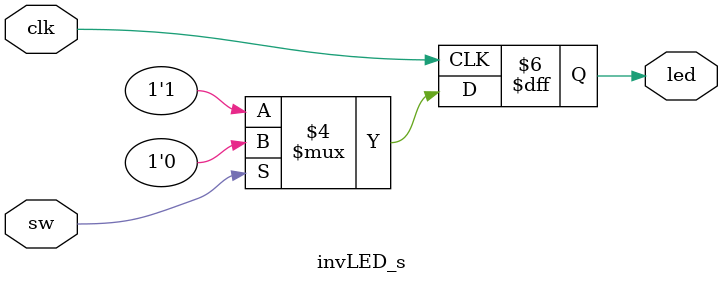
<source format=sv>
`timescale 1ns / 1ps


module invLED_s(sw, clk, led);
    input sw, clk; 
    output reg led; 

    always @(posedge clk ) begin
        if (sw == 1) begin
            led = 0; 
        end else begin
            led = 1; 
        end
    end
endmodule

</source>
